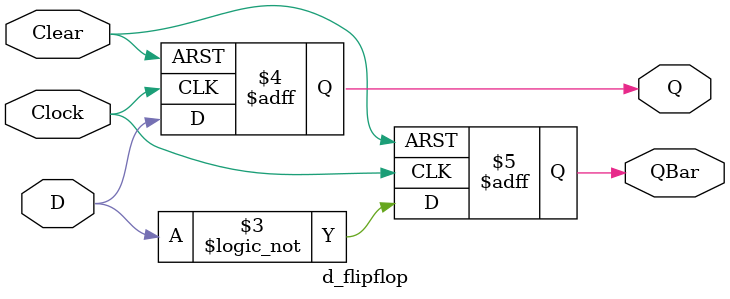
<source format=v>
/*
 * module nand_gate(out, input_a, input_b);
 *   output  out;
 *   input   input_a;
 *   input   input_b;
 * 
 * nand(out, input_a, input_b);
 * endmodule
 * 
 * module not_gate(out, in);
 *   output  out;
 *   input   in;
 * 
 * not(out, in);
 * endmodule
 */

module d_flipflop(Q, QBar, D, Clock, Clear);
  output  reg Q;
  output  reg QBar;
  input   D;
  input   Clock;
  input   Clear;

always @ (posedge Clock or posedge Clear)
begin
  if (Clear == 1)
  begin
    Q     <= 0;
    QBar  <= 1;
  end
  else
  begin
    Q     <= D;
    QBar  <= !D;
  end
end

/*
 * wire DNot;
 * wire OneOut;
 * wire TwoOut;
 * 
 * not_gate  zero(.out(DNot), .in(D));
 * 
 * nand_gate one(.out(OneOut), .input_a(Clock), .input_b(D));
 * nand_gate two(.out(TwoOut), .input_a(Clock), .input_b(DNot));
 * 
 * nand_gate three(.out(Q), .input_a(OneOut), .input_b(QBar));
 * nand_gate four (.out(QBar), .input_a(TwoOut), .input_b(Q));
 */
endmodule
</source>
